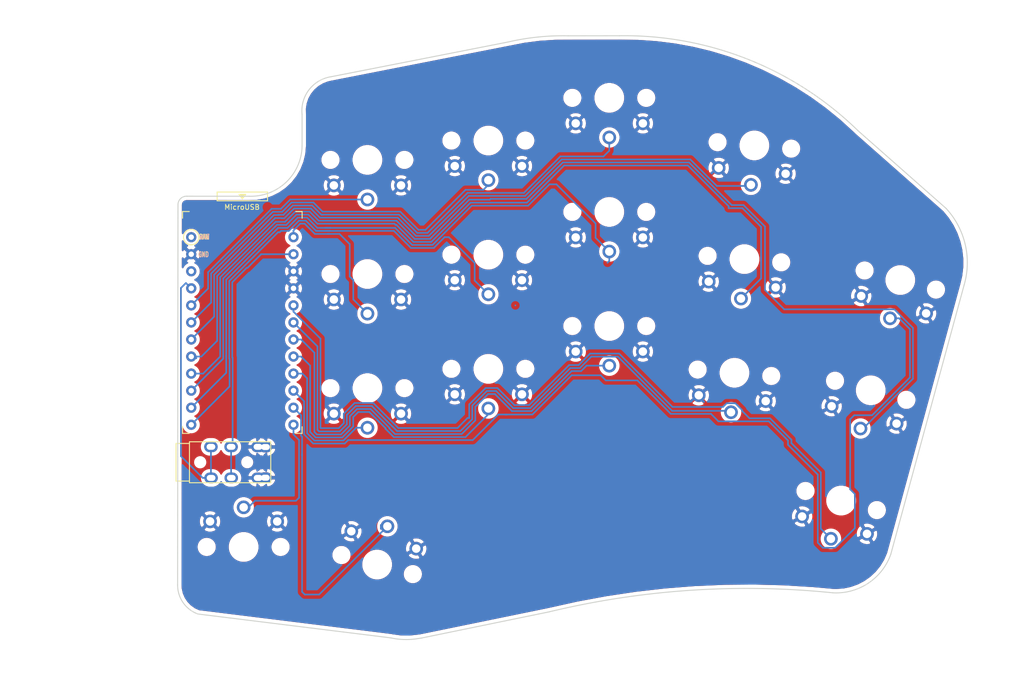
<source format=kicad_pcb>
(kicad_pcb (version 20171130) (host pcbnew "(5.1.10-1-10_14)")
  (title_block (title hypergolic) (date 2020-12-26) (rev 0.1) (company broomlabs))
  (layers (0 F.Cu signal) (31 B.Cu signal) (34 B.Paste user) (35 F.Paste user) (36 B.SilkS user) (37 F.SilkS user) (38 B.Mask user) (39 F.Mask user) (44 Edge.Cuts user))
  (net 0 "")
  (net 1 reset)
  (net 2 gnd)
  (net 3 vcc)
  (net 4 Switch18)
  (net 5 Switch1)
  (net 6 Switch2)
  (net 7 Switch3)
  (net 8 Switch4)
  (net 9 Switch5)
  (net 10 Switch6)
  (net 11 Switch7)
  (net 12 Switch8)
  (net 13 Switch9)
  (net 14 Switch10)
  (net 15 Switch11)
  (net 16 Switch12)
  (net 17 Switch13)
  (net 18 Switch14)
  (net 19 Switch15)
  (net 20 Switch16)
  (net 21 Switch17)
  (net 22 raw)
  (module Kailh:SW_PG1350_rev_DPB2 (layer B.Cu) (at 60.706 101.346 345)
    (fp_text reference SW20 hide)
    (fp_text value SW_Push hide)
    (pad 2 thru_hole circle (at 5 -3.8 345) (size 2.032 2.032) (drill 1.27) (layers *.Cu *.Mask) (net 2 gnd))
    (pad "" np_thru_hole circle (at 0 0 345) (size 3.429 3.429) (drill 3.429) (layers *.Cu *.Mask))
    (pad 2 thru_hole circle (at -5 -3.8 345) (size 2.032 2.032) (drill 1.27) (layers *.Cu *.Mask) (net 2 gnd))
    (pad 1 thru_hole circle (at 0 -5.9 345) (size 2.032 2.032) (drill 1.27) (layers *.Cu *.Mask) (net 20 Switch16))
    (pad "" np_thru_hole circle (at 5.5 0 345) (size 1.7018 1.7018) (drill 1.7018) (layers *.Cu *.Mask))
    (pad "" np_thru_hole circle (at -5.5 0 345) (size 1.7018 1.7018) (drill 1.7018) (layers *.Cu *.Mask))
  )
  (module kbd:ProMicro_v3_min_dual (layer F.Cu) (at 40.64 67.056)
    (fp_text reference U1 hide)
    (fp_text value ProMicro-kbd hide)
    (fp_text user "" (at -1.2065 -16.256) (layer B.SilkS) (effects (justify mirror)))
    (fp_text user "" (at -0.5 -17.25) (layer F.SilkS))
    (fp_text user RAW (at -5.64 -14.52 unlocked) (layer B.SilkS) (effects (font (size 0.75 0.5) (thickness 0.125)) (justify mirror)))
    (fp_text user MicroUSB (at -0.05 -18.95) (layer F.SilkS) (effects (font (size 0.75 0.75) (thickness 0.12))))
    (fp_text user RAW (at -5.67 -14.52) (layer F.SilkS) (effects (font (size 0.75 0.5) (thickness 0.125))))
    (fp_text user GND (at -5.77 -11.91) (layer F.SilkS) (effects (font (size 0.75 0.5) (thickness 0.125))))
    (fp_text user GND (at -5.77 -11.88) (layer B.SilkS) (effects (font (size 0.75 0.5) (thickness 0.125)) (justify mirror)))
    (pad 24 thru_hole circle (at -7.6086 -14.478) (size 1.524 1.524) (drill 0.8128) (layers *.Cu *.Mask) (net 22 raw))
    (pad 23 thru_hole circle (at -7.6086 -11.938) (size 1.524 1.524) (drill 0.8128) (layers *.Cu *.Mask) (net 2 gnd))
    (pad 22 thru_hole circle (at -7.6086 -9.398) (size 1.524 1.524) (drill 0.8128) (layers *.Cu *.Mask) (net 1 reset))
    (pad 21 thru_hole circle (at -7.6086 -6.858) (size 1.524 1.524) (drill 0.8128) (layers *.Cu *.Mask) (net 3 vcc))
    (pad 20 thru_hole circle (at -7.6086 -4.318) (size 1.524 1.524) (drill 0.8128) (layers *.Cu *.Mask) (net 9 Switch5))
    (pad 19 thru_hole circle (at -7.6086 -1.778) (size 1.524 1.524) (drill 0.8128) (layers *.Cu *.Mask) (net 8 Switch4))
    (pad 18 thru_hole circle (at -7.6086 0.762) (size 1.524 1.524) (drill 0.8128) (layers *.Cu *.Mask) (net 7 Switch3))
    (pad 17 thru_hole circle (at -7.6086 3.302) (size 1.524 1.524) (drill 0.8128) (layers *.Cu *.Mask) (net 6 Switch2))
    (pad 16 thru_hole circle (at -7.6086 5.842) (size 1.524 1.524) (drill 0.8128) (layers *.Cu *.Mask) (net 10 Switch6))
    (pad 15 thru_hole circle (at -7.6086 8.382) (size 1.524 1.524) (drill 0.8128) (layers *.Cu *.Mask) (net 11 Switch7))
    (pad 14 thru_hole circle (at -7.6086 10.922) (size 1.524 1.524) (drill 0.8128) (layers *.Cu *.Mask) (net 12 Switch8))
    (pad 13 thru_hole circle (at -7.6086 13.462) (size 1.524 1.524) (drill 0.8128) (layers *.Cu *.Mask) (net 13 Switch9))
    (pad 12 thru_hole circle (at 7.6114 13.462) (size 1.524 1.524) (drill 0.8128) (layers *.Cu *.Mask) (net 21 Switch17))
    (pad 11 thru_hole circle (at 7.6114 10.922) (size 1.524 1.524) (drill 0.8128) (layers *.Cu *.Mask) (net 20 Switch16))
    (pad 10 thru_hole circle (at 7.6114 8.382) (size 1.524 1.524) (drill 0.8128) (layers *.Cu *.Mask) (net 5 Switch1))
    (pad 9 thru_hole circle (at 7.6114 5.842) (size 1.524 1.524) (drill 0.8128) (layers *.Cu *.Mask) (net 19 Switch15))
    (pad 8 thru_hole circle (at 7.6114 3.302) (size 1.524 1.524) (drill 0.8128) (layers *.Cu *.Mask) (net 18 Switch14))
    (pad 7 thru_hole circle (at 7.6114 0.762) (size 1.524 1.524) (drill 0.8128) (layers *.Cu *.Mask) (net 17 Switch13))
    (pad 6 thru_hole circle (at 7.6114 -1.778) (size 1.524 1.524) (drill 0.8128) (layers *.Cu *.Mask) (net 16 Switch12))
    (pad 5 thru_hole circle (at 7.6114 -4.318) (size 1.524 1.524) (drill 0.8128) (layers *.Cu *.Mask) (net 15 Switch11))
    (pad 4 thru_hole circle (at 7.6114 -6.858) (size 1.524 1.524) (drill 0.8128) (layers *.Cu *.Mask) (net 2 gnd))
    (pad 3 thru_hole circle (at 7.6114 -9.398) (size 1.524 1.524) (drill 0.8128) (layers *.Cu *.Mask) (net 2 gnd))
    (pad 2 thru_hole circle (at 7.6114 -11.938) (size 1.524 1.524) (drill 0.8128) (layers *.Cu *.Mask) (net 4 Switch18))
    (pad 1 thru_hole circle (at 7.6114 -14.478) (size 1.524 1.524) (drill 0.8128) (layers *.Cu *.Mask) (net 14 Switch10))
  )
  (module Kailh:TRRS-PJ-DPB2 (layer F.Cu) (at 32.766 86.106 90)
    (fp_text reference Jack0 hide)
    (fp_text value TRRS hide)
    (pad R1 thru_hole oval (at -2.33 6.22 270) (size 1.6 2) (drill oval 0.9 1.3) (layers *.Cu *.Mask) (net 4 Switch18))
    (pad R2 thru_hole oval (at -2.33 3.22 270) (size 1.6 2) (drill oval 0.9 1.3) (layers *.Cu *.Mask) (net 3 vcc))
    (pad T thru_hole oval (at -2.33 10.22 270) (size 1.6 2) (drill oval 0.9 1.3) (layers *.Cu *.Mask) (net 2 gnd))
    (pad S thru_hole oval (at 2.27 11.32 270) (size 1.6 2) (drill oval 0.9 1.3) (layers *.Cu *.Mask) (net 2 gnd))
    (pad S thru_hole oval (at -2.3 11.3 90) (size 1.6 2) (drill oval 0.9 1.3) (layers *.Cu *.Mask) (net 2 gnd))
    (pad T thru_hole oval (at 2.3 10.2 90) (size 1.6 2) (drill oval 0.9 1.3) (layers *.Cu *.Mask) (net 2 gnd))
    (pad R2 thru_hole oval (at 2.3 3.2 90) (size 1.6 2) (drill oval 0.9 1.3) (layers *.Cu *.Mask) (net 3 vcc))
    (pad "" np_thru_hole circle (at 0 8.6 90) (size 0.8 0.8) (drill 0.8) (layers *.Cu *.Mask))
    (pad "" np_thru_hole circle (at 0 1.6 90) (size 0.8 0.8) (drill 0.8) (layers *.Cu *.Mask))
    (pad R1 thru_hole oval (at 2.3 6.2 90) (size 1.6 2) (drill oval 0.9 1.3) (layers *.Cu *.Mask) (net 4 Switch18))
  )
  (module Kailh:SW_PG1350_rev_DPB2 (layer B.Cu) (at 129.774266 91.806688 165)
    (fp_text reference SW8 hide)
    (fp_text value SW_Push hide)
    (pad "" np_thru_hole circle (at -5.5 0 165) (size 1.7018 1.7018) (drill 1.7018) (layers *.Cu *.Mask))
    (pad "" np_thru_hole circle (at 5.5 0 165) (size 1.7018 1.7018) (drill 1.7018) (layers *.Cu *.Mask))
    (pad 1 thru_hole circle (at 0 -5.9 165) (size 2.032 2.032) (drill 1.27) (layers *.Cu *.Mask) (net 15 Switch11))
    (pad 2 thru_hole circle (at -5 -3.8 165) (size 2.032 2.032) (drill 1.27) (layers *.Cu *.Mask) (net 2 gnd))
    (pad "" np_thru_hole circle (at 0 0 165) (size 3.429 3.429) (drill 3.429) (layers *.Cu *.Mask))
    (pad 2 thru_hole circle (at 5 -3.8 165) (size 2.032 2.032) (drill 1.27) (layers *.Cu *.Mask) (net 2 gnd))
  )
  (module Kailh:SW_PG1350_rev_DPB2 (layer B.Cu) (at 40.832476 98.720705)
    (fp_text reference SW21 hide)
    (fp_text value SW_Push hide)
    (pad 2 thru_hole circle (at 5 -3.8) (size 2.032 2.032) (drill 1.27) (layers *.Cu *.Mask) (net 2 gnd))
    (pad "" np_thru_hole circle (at 0 0) (size 3.429 3.429) (drill 3.429) (layers *.Cu *.Mask))
    (pad 2 thru_hole circle (at -5 -3.8) (size 2.032 2.032) (drill 1.27) (layers *.Cu *.Mask) (net 2 gnd))
    (pad 1 thru_hole circle (at 0 -5.9) (size 2.032 2.032) (drill 1.27) (layers *.Cu *.Mask) (net 21 Switch17))
    (pad "" np_thru_hole circle (at 5.5 0) (size 1.7018 1.7018) (drill 1.7018) (layers *.Cu *.Mask))
    (pad "" np_thru_hole circle (at -5.5 0) (size 1.7018 1.7018) (drill 1.7018) (layers *.Cu *.Mask))
  )
  (module Kailh:SW_PG1350_rev_DPB2 (layer B.Cu) (at 138.574835 58.962519 165)
    (fp_text reference SW14 hide)
    (fp_text value SW_Push hide)
    (pad 2 thru_hole circle (at 5 -3.8 165) (size 2.032 2.032) (drill 1.27) (layers *.Cu *.Mask) (net 2 gnd))
    (pad "" np_thru_hole circle (at 0 0 165) (size 3.429 3.429) (drill 3.429) (layers *.Cu *.Mask))
    (pad 2 thru_hole circle (at -5 -3.8 165) (size 2.032 2.032) (drill 1.27) (layers *.Cu *.Mask) (net 2 gnd))
    (pad 1 thru_hole circle (at 0 -5.9 165) (size 2.032 2.032) (drill 1.27) (layers *.Cu *.Mask) (net 5 Switch1))
    (pad "" np_thru_hole circle (at 5.5 0 165) (size 1.7018 1.7018) (drill 1.7018) (layers *.Cu *.Mask))
    (pad "" np_thru_hole circle (at -5.5 0 165) (size 1.7018 1.7018) (drill 1.7018) (layers *.Cu *.Mask))
  )
  (module Kailh:SW_PG1350_rev_DPB2 (layer B.Cu) (at 134.17463 75.384306 165)
    (fp_text reference SW8 hide)
    (fp_text value SW_Push hide)
    (pad 2 thru_hole circle (at 5 -3.8 165) (size 2.032 2.032) (drill 1.27) (layers *.Cu *.Mask) (net 2 gnd))
    (pad "" np_thru_hole circle (at 0 0 165) (size 3.429 3.429) (drill 3.429) (layers *.Cu *.Mask))
    (pad 2 thru_hole circle (at -5 -3.8 165) (size 2.032 2.032) (drill 1.27) (layers *.Cu *.Mask) (net 2 gnd))
    (pad 1 thru_hole circle (at 0 -5.9 165) (size 2.032 2.032) (drill 1.27) (layers *.Cu *.Mask) (net 10 Switch6))
    (pad "" np_thru_hole circle (at 5.5 0 165) (size 1.7018 1.7018) (drill 1.7018) (layers *.Cu *.Mask))
    (pad "" np_thru_hole circle (at -5.5 0 165) (size 1.7018 1.7018) (drill 1.7018) (layers *.Cu *.Mask))
  )
  (module Kailh:SW_PG1350_rev_DPB2 (layer B.Cu) (at 77.26 72.189 180)
    (fp_text reference SW17 hide)
    (fp_text value SW_Push hide)
    (pad 2 thru_hole circle (at 5 -3.8 180) (size 2.032 2.032) (drill 1.27) (layers *.Cu *.Mask) (net 2 gnd))
    (pad "" np_thru_hole circle (at 0 0 180) (size 3.429 3.429) (drill 3.429) (layers *.Cu *.Mask))
    (pad 2 thru_hole circle (at -5 -3.8 180) (size 2.032 2.032) (drill 1.27) (layers *.Cu *.Mask) (net 2 gnd))
    (pad 1 thru_hole circle (at 0 -5.9 180) (size 2.032 2.032) (drill 1.27) (layers *.Cu *.Mask) (net 18 Switch14))
    (pad "" np_thru_hole circle (at 5.5 0 180) (size 1.7018 1.7018) (drill 1.7018) (layers *.Cu *.Mask))
    (pad "" np_thru_hole circle (at -5.5 0 180) (size 1.7018 1.7018) (drill 1.7018) (layers *.Cu *.Mask))
  )
  (module Kailh:SW_PG1350_rev_DPB2 (layer B.Cu) (at 59.26 58.064 180)
    (fp_text reference SW12 hide)
    (fp_text value SW_Push hide)
    (pad 2 thru_hole circle (at 5 -3.8 180) (size 2.032 2.032) (drill 1.27) (layers *.Cu *.Mask) (net 2 gnd))
    (pad "" np_thru_hole circle (at 0 0 180) (size 3.429 3.429) (drill 3.429) (layers *.Cu *.Mask))
    (pad 2 thru_hole circle (at -5 -3.8 180) (size 2.032 2.032) (drill 1.27) (layers *.Cu *.Mask) (net 2 gnd))
    (pad 1 thru_hole circle (at 0 -5.9 180) (size 2.032 2.032) (drill 1.27) (layers *.Cu *.Mask) (net 14 Switch10))
    (pad "" np_thru_hole circle (at 5.5 0 180) (size 1.7018 1.7018) (drill 1.7018) (layers *.Cu *.Mask))
    (pad "" np_thru_hole circle (at -5.5 0 180) (size 1.7018 1.7018) (drill 1.7018) (layers *.Cu *.Mask))
  )
  (module Kailh:SW_PG1350_rev_DPB2 (layer B.Cu) (at 59.26 75.064 180)
    (fp_text reference SW18 hide)
    (fp_text value SW_Push hide)
    (pad 2 thru_hole circle (at 5 -3.8 180) (size 2.032 2.032) (drill 1.27) (layers *.Cu *.Mask) (net 2 gnd))
    (pad "" np_thru_hole circle (at 0 0 180) (size 3.429 3.429) (drill 3.429) (layers *.Cu *.Mask))
    (pad 2 thru_hole circle (at -5 -3.8 180) (size 2.032 2.032) (drill 1.27) (layers *.Cu *.Mask) (net 2 gnd))
    (pad 1 thru_hole circle (at 0 -5.9 180) (size 2.032 2.032) (drill 1.27) (layers *.Cu *.Mask) (net 19 Switch15))
    (pad "" np_thru_hole circle (at 5.5 0 180) (size 1.7018 1.7018) (drill 1.7018) (layers *.Cu *.Mask))
    (pad "" np_thru_hole circle (at -5.5 0 180) (size 1.7018 1.7018) (drill 1.7018) (layers *.Cu *.Mask))
  )
  (module Kailh:SW_PG1350_rev_DPB2 (layer B.Cu) (at 116.855326 38.908261 175)
    (fp_text reference SW3 hide)
    (fp_text value SW_Push hide)
    (pad 2 thru_hole circle (at 5 -3.8 175) (size 2.032 2.032) (drill 1.27) (layers *.Cu *.Mask) (net 2 gnd))
    (pad "" np_thru_hole circle (at 0 0 175) (size 3.429 3.429) (drill 3.429) (layers *.Cu *.Mask))
    (pad 2 thru_hole circle (at -5 -3.8 175) (size 2.032 2.032) (drill 1.27) (layers *.Cu *.Mask) (net 2 gnd))
    (pad 1 thru_hole circle (at 0 -5.9 175) (size 2.032 2.032) (drill 1.27) (layers *.Cu *.Mask) (net 6 Switch2))
    (pad "" np_thru_hole circle (at 5.5 0 175) (size 1.7018 1.7018) (drill 1.7018) (layers *.Cu *.Mask))
    (pad "" np_thru_hole circle (at -5.5 0 175) (size 1.7018 1.7018) (drill 1.7018) (layers *.Cu *.Mask))
  )
  (module Kailh:SW_PG1350_rev_DPB2 (layer B.Cu) (at 95.26 65.814 180)
    (fp_text reference SW16 hide)
    (fp_text value SW_Push hide)
    (pad 2 thru_hole circle (at 5 -3.8 180) (size 2.032 2.032) (drill 1.27) (layers *.Cu *.Mask) (net 2 gnd))
    (pad "" np_thru_hole circle (at 0 0 180) (size 3.429 3.429) (drill 3.429) (layers *.Cu *.Mask))
    (pad 2 thru_hole circle (at -5 -3.8 180) (size 2.032 2.032) (drill 1.27) (layers *.Cu *.Mask) (net 2 gnd))
    (pad 1 thru_hole circle (at 0 -5.9 180) (size 2.032 2.032) (drill 1.27) (layers *.Cu *.Mask) (net 17 Switch13))
    (pad "" np_thru_hole circle (at 5.5 0 180) (size 1.7018 1.7018) (drill 1.7018) (layers *.Cu *.Mask))
    (pad "" np_thru_hole circle (at -5.5 0 180) (size 1.7018 1.7018) (drill 1.7018) (layers *.Cu *.Mask))
  )
  (module Kailh:SW_PG1350_rev_DPB2 (layer B.Cu) (at 113.89239 72.775467 175)
    (fp_text reference SW15 hide)
    (fp_text value SW_Push hide)
    (pad 2 thru_hole circle (at 5 -3.8 175) (size 2.032 2.032) (drill 1.27) (layers *.Cu *.Mask) (net 2 gnd))
    (pad "" np_thru_hole circle (at 0 0 175) (size 3.429 3.429) (drill 3.429) (layers *.Cu *.Mask))
    (pad 2 thru_hole circle (at -5 -3.8 175) (size 2.032 2.032) (drill 1.27) (layers *.Cu *.Mask) (net 2 gnd))
    (pad 1 thru_hole circle (at 0 -5.9 175) (size 2.032 2.032) (drill 1.27) (layers *.Cu *.Mask) (net 16 Switch12))
    (pad "" np_thru_hole circle (at 5.5 0 175) (size 1.7018 1.7018) (drill 1.7018) (layers *.Cu *.Mask))
    (pad "" np_thru_hole circle (at -5.5 0 175) (size 1.7018 1.7018) (drill 1.7018) (layers *.Cu *.Mask))
  )
  (module Kailh:SW_PG1350_rev_DPB2 (layer B.Cu) (at 77.26 55.184 180)
    (fp_text reference SW11 hide)
    (fp_text value SW_Push hide)
    (pad 2 thru_hole circle (at 5 -3.8 180) (size 2.032 2.032) (drill 1.27) (layers *.Cu *.Mask) (net 2 gnd))
    (pad "" np_thru_hole circle (at 0 0 180) (size 3.429 3.429) (drill 3.429) (layers *.Cu *.Mask))
    (pad 2 thru_hole circle (at -5 -3.8 180) (size 2.032 2.032) (drill 1.27) (layers *.Cu *.Mask) (net 2 gnd))
    (pad 1 thru_hole circle (at 0 -5.9 180) (size 2.032 2.032) (drill 1.27) (layers *.Cu *.Mask) (net 13 Switch9))
    (pad "" np_thru_hole circle (at 5.5 0 180) (size 1.7018 1.7018) (drill 1.7018) (layers *.Cu *.Mask))
    (pad "" np_thru_hole circle (at -5.5 0 180) (size 1.7018 1.7018) (drill 1.7018) (layers *.Cu *.Mask))
  )
  (module Kailh:SW_PG1350_rev_DPB2 (layer B.Cu) (at 95.26 48.814 180)
    (fp_text reference SW10 hide)
    (fp_text value SW_Push hide)
    (pad 2 thru_hole circle (at 5 -3.8 180) (size 2.032 2.032) (drill 1.27) (layers *.Cu *.Mask) (net 2 gnd))
    (pad "" np_thru_hole circle (at 0 0 180) (size 3.429 3.429) (drill 3.429) (layers *.Cu *.Mask))
    (pad 2 thru_hole circle (at -5 -3.8 180) (size 2.032 2.032) (drill 1.27) (layers *.Cu *.Mask) (net 2 gnd))
    (pad 1 thru_hole circle (at 0 -5.9 180) (size 2.032 2.032) (drill 1.27) (layers *.Cu *.Mask) (net 12 Switch8))
    (pad "" np_thru_hole circle (at 5.5 0 180) (size 1.7018 1.7018) (drill 1.7018) (layers *.Cu *.Mask))
    (pad "" np_thru_hole circle (at -5.5 0 180) (size 1.7018 1.7018) (drill 1.7018) (layers *.Cu *.Mask))
  )
  (module Kailh:SW_PG1350_rev_DPB2 (layer B.Cu) (at 115.373738 55.843584 175)
    (fp_text reference SW9 hide)
    (fp_text value SW_Push hide)
    (pad 2 thru_hole circle (at 5 -3.8 175) (size 2.032 2.032) (drill 1.27) (layers *.Cu *.Mask) (net 2 gnd))
    (pad "" np_thru_hole circle (at 0 0 175) (size 3.429 3.429) (drill 3.429) (layers *.Cu *.Mask))
    (pad 2 thru_hole circle (at -5 -3.8 175) (size 2.032 2.032) (drill 1.27) (layers *.Cu *.Mask) (net 2 gnd))
    (pad 1 thru_hole circle (at 0 -5.9 175) (size 2.032 2.032) (drill 1.27) (layers *.Cu *.Mask) (net 11 Switch7))
    (pad "" np_thru_hole circle (at 5.5 0 175) (size 1.7018 1.7018) (drill 1.7018) (layers *.Cu *.Mask))
    (pad "" np_thru_hole circle (at -5.5 0 175) (size 1.7018 1.7018) (drill 1.7018) (layers *.Cu *.Mask))
  )
  (module Kailh:SW_PG1350_rev_DPB2 (layer B.Cu) (at 77.26 38.184 180)
    (fp_text reference SW5 hide)
    (fp_text value SW_Push hide)
    (pad 2 thru_hole circle (at 5 -3.8 180) (size 2.032 2.032) (drill 1.27) (layers *.Cu *.Mask) (net 2 gnd))
    (pad "" np_thru_hole circle (at 0 0 180) (size 3.429 3.429) (drill 3.429) (layers *.Cu *.Mask))
    (pad 2 thru_hole circle (at -5 -3.8 180) (size 2.032 2.032) (drill 1.27) (layers *.Cu *.Mask) (net 2 gnd))
    (pad 1 thru_hole circle (at 0 -5.9 180) (size 2.032 2.032) (drill 1.27) (layers *.Cu *.Mask) (net 8 Switch4))
    (pad "" np_thru_hole circle (at 5.5 0 180) (size 1.7018 1.7018) (drill 1.7018) (layers *.Cu *.Mask))
    (pad "" np_thru_hole circle (at -5.5 0 180) (size 1.7018 1.7018) (drill 1.7018) (layers *.Cu *.Mask))
  )
  (module Kailh:SW_PG1350_rev_DPB2 (layer B.Cu) (at 95.26 31.824 180)
    (fp_text reference SW4 hide)
    (fp_text value SW_Push hide)
    (pad 2 thru_hole circle (at 5 -3.8 180) (size 2.032 2.032) (drill 1.27) (layers *.Cu *.Mask) (net 2 gnd))
    (pad "" np_thru_hole circle (at 0 0 180) (size 3.429 3.429) (drill 3.429) (layers *.Cu *.Mask))
    (pad 2 thru_hole circle (at -5 -3.8 180) (size 2.032 2.032) (drill 1.27) (layers *.Cu *.Mask) (net 2 gnd))
    (pad 1 thru_hole circle (at 0 -5.9 180) (size 2.032 2.032) (drill 1.27) (layers *.Cu *.Mask) (net 7 Switch3))
    (pad "" np_thru_hole circle (at 5.5 0 180) (size 1.7018 1.7018) (drill 1.7018) (layers *.Cu *.Mask))
    (pad "" np_thru_hole circle (at -5.5 0 180) (size 1.7018 1.7018) (drill 1.7018) (layers *.Cu *.Mask))
  )
  (module Kailh:SW_PG1350_rev_DPB2 (layer B.Cu) (at 59.26 41.064 180)
    (fp_text reference SW6 hide)
    (fp_text value SW_Push hide)
    (pad 2 thru_hole circle (at 5 -3.8 180) (size 2.032 2.032) (drill 1.27) (layers *.Cu *.Mask) (net 2 gnd))
    (pad "" np_thru_hole circle (at 0 0 180) (size 3.429 3.429) (drill 3.429) (layers *.Cu *.Mask))
    (pad 2 thru_hole circle (at -5 -3.8 180) (size 2.032 2.032) (drill 1.27) (layers *.Cu *.Mask) (net 2 gnd))
    (pad 1 thru_hole circle (at 0 -5.9 180) (size 2.032 2.032) (drill 1.27) (layers *.Cu *.Mask) (net 9 Switch5))
    (pad "" np_thru_hole circle (at 5.5 0 180) (size 1.7018 1.7018) (drill 1.7018) (layers *.Cu *.Mask))
    (pad "" np_thru_hole circle (at -5.5 0 180) (size 1.7018 1.7018) (drill 1.7018) (layers *.Cu *.Mask))
  )
  (gr_arc (start 136.639964 56.371006) (end 145.39495 48.291023) (angle 58.87980947) (layer Edge.Cuts) (width 0.15))
  (gr_arc (start 129.024097 96.933133) (end 137.16 99.822) (angle 73.67484284) (layer Edge.Cuts) (width 0.15))
  (gr_line (start 128.033468 105.502274) (end 128.538609 105.553039) (layer Edge.Cuts) (width 0.15))
  (gr_line (start 148.082 59.69) (end 137.16 99.822) (angle 90) (layer Edge.Cuts) (width 0.15))
  (gr_circle (center 33.02 52.578) (end 34.036 53.086) (layer F.SilkS) (width 0.15))
  (gr_arc (start 115.728445 230.640449) (end 128.033468 105.502274) (angle -19.13145794) (layer Edge.Cuts) (width 0.15))
  (gr_line (start 67.247725 112.302294) (end 86.341482 108.380959) (layer Edge.Cuts) (width 0.15))
  (gr_arc (start 97.533067 72.318144) (end 132.331067 36.758144) (angle -45.25427734) (layer Edge.Cuts) (width 0.15))
  (gr_line (start 66.818368 112.363873) (end 67.247725 112.302294) (layer Edge.Cuts) (width 0.15))
  (gr_arc (start 32.32832 47.742) (end 31.05832 47.752) (angle 94.05555909) (layer Edge.Cuts) (width 0.15))
  (gr_line (start 32.408164 46.474473) (end 41.656141 46.477771) (angle 90) (layer Edge.Cuts) (width 0.15))
  (gr_arc (start 65.024 101.854) (end 62.738 112.268) (angle -22.06954052) (layer Edge.Cuts) (width 0.15))
  (gr_line (start 62.738 112.268) (end 34.036 108.712) (layer Edge.Cuts) (width 0.15))
  (gr_arc (start 35.572354 104.409905) (end 34.036 108.712) (angle 70.54625375) (layer Edge.Cuts) (width 0.15))
  (gr_arc (start 88.368079 58.96879) (end 80.226393 23.495399) (angle 14.16454563) (layer Edge.Cuts) (width 0.15))
  (gr_line (start 89.154528 22.581567) (end 96.773466 22.570406) (angle 90) (layer Edge.Cuts) (width 0.15))
  (gr_arc (start 41.91 38.86061) (end 49.53 39.006151) (angle 90.81459567) (layer Edge.Cuts) (width 0.15))
  (gr_arc (start 54.627507 33.74391) (end 49.53 34.29) (angle 87.32605082) (layer Edge.Cuts) (width 0.15))
  (gr_line (start 132.331067 36.758144) (end 145.39495 48.291023) (angle 90) (layer Edge.Cuts) (width 0.15))
  (gr_line (start 49.53 39.006151) (end 49.53 34.29) (angle 90) (layer Edge.Cuts) (width 0.15))
  (gr_line (start 31.004187 104.394055) (end 31.05832 47.752) (angle 90) (layer Edge.Cuts) (width 0.15))
  (gr_line (start 53.844201 28.67743) (end 80.226393 23.495399) (angle 90) (layer Edge.Cuts) (width 0.15))
  (segment (start 81.28 62.738) (end 81.279998 62.737998) (width 0.25) (layer B.Cu) (net 0))
  (segment (start 33.0314 57.658) (end 32.53523 57.658) (width 0.25) (layer B.Cu) (net 1))
  (segment (start 32.208434 59.436001) (end 31.496 60.148435) (width 0.25) (layer B.Cu) (net 3))
  (segment (start 32.269401 59.436001) (end 32.208434 59.436001) (width 0.25) (layer B.Cu) (net 3))
  (segment (start 33.0314 60.198) (end 32.269401 59.436001) (width 0.25) (layer B.Cu) (net 3))
  (segment (start 34.736 88.436) (end 35.986 88.436) (width 0.25) (layer B.Cu) (net 3))
  (segment (start 31.496 85.196) (end 34.736 88.436) (width 0.25) (layer B.Cu) (net 3))
  (segment (start 31.496 60.148435) (end 31.496 85.196) (width 0.25) (layer B.Cu) (net 3))
  (segment (start 35.966 88.416) (end 35.986 88.436) (width 0.25) (layer B.Cu) (net 3))
  (segment (start 35.966 83.806) (end 35.966 88.416) (width 0.25) (layer B.Cu) (net 3))
  (segment (start 48.2514 55.118) (end 43.434 55.118) (width 0.25) (layer B.Cu) (net 4))
  (segment (start 41.402 57.15) (end 41.28205 57.15) (width 0.25) (layer B.Cu) (net 4))
  (segment (start 43.434 55.118) (end 41.402 57.15) (width 0.25) (layer B.Cu) (net 4))
  (segment (start 41.28205 57.15) (end 39.138039 59.294011) (width 0.25) (layer B.Cu) (net 4))
  (segment (start 39.19071 70.529472) (end 39.19071 83.58129) (width 0.25) (layer B.Cu) (net 4))
  (segment (start 39.138039 70.476801) (end 39.19071 70.529472) (width 0.25) (layer B.Cu) (net 4))
  (segment (start 39.19071 83.58129) (end 38.966 83.806) (width 0.25) (layer B.Cu) (net 4))
  (segment (start 39.138039 59.294011) (end 39.138039 70.476801) (width 0.25) (layer B.Cu) (net 4))
  (segment (start 38.966 88.416) (end 38.986 88.436) (width 0.25) (layer B.Cu) (net 4))
  (segment (start 38.966 83.806) (end 38.966 88.416) (width 0.25) (layer B.Cu) (net 4))
  (segment (start 80.01 78.994) (end 79.756 78.994) (width 0.25) (layer B.Cu) (net 5))
  (segment (start 111.506 80.01) (end 119.002246 80.01) (width 0.25) (layer B.Cu) (net 5))
  (segment (start 80.01 78.994) (end 83.82 78.994) (width 0.25) (layer B.Cu) (net 5))
  (segment (start 83.82 78.994) (end 89.662 73.152) (width 0.25) (layer B.Cu) (net 5))
  (segment (start 89.662 73.152) (end 93.98 73.152) (width 0.25) (layer B.Cu) (net 5))
  (segment (start 110.391075 78.895075) (end 111.506 80.01) (width 0.25) (layer B.Cu) (net 5))
  (segment (start 94.742 73.914) (end 99.43959 73.914) (width 0.25) (layer B.Cu) (net 5))
  (segment (start 104.420665 78.895075) (end 110.391075 78.895075) (width 0.25) (layer B.Cu) (net 5))
  (segment (start 93.98 73.152) (end 94.742 73.914) (width 0.25) (layer B.Cu) (net 5))
  (segment (start 99.43959 73.914) (end 104.420665 78.895075) (width 0.25) (layer B.Cu) (net 5))
  (segment (start 131.11002 90.12398) (end 131.813767 90.827727) (width 0.25) (layer B.Cu) (net 5))
  (segment (start 131.813767 95.923799) (end 128.890915 98.846651) (width 0.25) (layer B.Cu) (net 5))
  (segment (start 131.11002 79.70998) (end 131.11002 90.12398) (width 0.25) (layer B.Cu) (net 5))
  (segment (start 131.71827 79.10173) (end 131.11002 79.70998) (width 0.25) (layer B.Cu) (net 5))
  (segment (start 134.38386 79.10173) (end 131.71827 79.10173) (width 0.25) (layer B.Cu) (net 5))
  (segment (start 140.01199 73.4736) (end 134.38386 79.10173) (width 0.25) (layer B.Cu) (net 5))
  (segment (start 131.813767 90.827727) (end 131.813767 95.923799) (width 0.25) (layer B.Cu) (net 5))
  (segment (start 140.01199 66.277396) (end 140.01199 73.4736) (width 0.25) (layer B.Cu) (net 5))
  (segment (start 138.396075 64.661481) (end 140.01199 66.277396) (width 0.25) (layer B.Cu) (net 5))
  (segment (start 137.047803 64.661481) (end 138.396075 64.661481) (width 0.25) (layer B.Cu) (net 5))
  (segment (start 119.002246 80.01) (end 121.858123 82.865877) (width 0.25) (layer B.Cu) (net 5))
  (segment (start 121.858123 83.373877) (end 121.858123 83.504123) (width 0.25) (layer B.Cu) (net 5))
  (segment (start 121.858123 82.865877) (end 121.858123 83.373877) (width 0.25) (layer B.Cu) (net 5))
  (segment (start 126.29599 98.10199) (end 127.040651 98.846651) (width 0.25) (layer B.Cu) (net 5))
  (segment (start 126.29599 87.94199) (end 126.29599 98.10199) (width 0.25) (layer B.Cu) (net 5))
  (segment (start 121.858123 83.504123) (end 126.29599 87.94199) (width 0.25) (layer B.Cu) (net 5))
  (segment (start 128.890915 98.846651) (end 127.040651 98.846651) (width 0.25) (layer B.Cu) (net 5))
  (segment (start 51.179589 83.311999) (end 49.828401 81.960809) (width 0.25) (layer B.Cu) (net 5))
  (segment (start 55.880002 83.311998) (end 51.179589 83.311999) (width 0.25) (layer B.Cu) (net 5))
  (segment (start 56.388 82.804) (end 55.880002 83.311998) (width 0.25) (layer B.Cu) (net 5))
  (segment (start 74.93 82.804) (end 56.388 82.804) (width 0.25) (layer B.Cu) (net 5))
  (segment (start 49.828401 81.960809) (end 49.828401 77.015001) (width 0.25) (layer B.Cu) (net 5))
  (segment (start 78.74 78.994) (end 74.93 82.804) (width 0.25) (layer B.Cu) (net 5))
  (segment (start 49.828401 77.015001) (end 48.2514 75.438) (width 0.25) (layer B.Cu) (net 5))
  (segment (start 80.01 78.994) (end 78.74 78.994) (width 0.25) (layer B.Cu) (net 5))
  (segment (start 33.0314 69.85) (end 33.793399 70.611999) (width 0.25) (layer B.Cu) (net 6))
  (segment (start 34.544 70.358) (end 33.0314 70.358) (width 0.25) (layer B.Cu) (net 6))
  (segment (start 36.88799 68.01401) (end 34.544 70.358) (width 0.25) (layer B.Cu) (net 6))
  (segment (start 36.88799 58.36201) (end 36.88799 68.01401) (width 0.25) (layer B.Cu) (net 6))
  (segment (start 45.212 50.038) (end 44.958 50.292) (width 0.25) (layer B.Cu) (net 6))
  (segment (start 44.958 50.292) (end 36.88799 58.36201) (width 0.25) (layer B.Cu) (net 6))
  (segment (start 45.52399 49.72601) (end 44.958 50.292) (width 0.25) (layer B.Cu) (net 6))
  (segment (start 46.42401 49.72601) (end 45.52399 49.72601) (width 0.25) (layer B.Cu) (net 6))
  (segment (start 46.453005 49.755005) (end 46.42401 49.72601) (width 0.25) (layer B.Cu) (net 6))
  (segment (start 46.889376 49.755005) (end 46.453005 49.755005) (width 0.25) (layer B.Cu) (net 6))
  (segment (start 50.85121 48.31403) (end 48.330351 48.31403) (width 0.25) (layer B.Cu) (net 6))
  (segment (start 116.965007 44.626412) (end 116.649591 44.941828) (width 0.25) (layer B.Cu) (net 6))
  (segment (start 116.649591 44.941828) (end 111.268172 44.941828) (width 0.25) (layer B.Cu) (net 6))
  (segment (start 82.7364 46.42401) (end 74.34876 46.42401) (width 0.25) (layer B.Cu) (net 6))
  (segment (start 66.4804 52.38199) (end 63.771236 49.672826) (width 0.25) (layer B.Cu) (net 6))
  (segment (start 107.326368 41.000024) (end 88.160386 41.000024) (width 0.25) (layer B.Cu) (net 6))
  (segment (start 111.268172 44.941828) (end 107.326368 41.000024) (width 0.25) (layer B.Cu) (net 6))
  (segment (start 74.34876 46.42401) (end 68.39078 52.38199) (width 0.25) (layer B.Cu) (net 6))
  (segment (start 88.160386 41.000024) (end 82.7364 46.42401) (width 0.25) (layer B.Cu) (net 6))
  (segment (start 68.39078 52.38199) (end 66.4804 52.38199) (width 0.25) (layer B.Cu) (net 6))
  (segment (start 51.054 48.53322) (end 51.054 48.51682) (width 0.25) (layer B.Cu) (net 6))
  (segment (start 63.771236 49.672826) (end 52.193605 49.672825) (width 0.25) (layer B.Cu) (net 6))
  (segment (start 52.193605 49.672825) (end 51.054 48.53322) (width 0.25) (layer B.Cu) (net 6))
  (segment (start 48.330351 48.31403) (end 46.889376 49.755005) (width 0.25) (layer B.Cu) (net 6))
  (segment (start 51.054 48.51682) (end 50.85121 48.31403) (width 0.25) (layer B.Cu) (net 6))
  (segment (start 36.43798 64.41142) (end 33.0314 67.818) (width 0.25) (layer B.Cu) (net 7))
  (segment (start 36.43798 58.17561) (end 36.43798 64.41142) (width 0.25) (layer B.Cu) (net 7))
  (segment (start 45.0256 49.58799) (end 36.43798 58.17561) (width 0.25) (layer B.Cu) (net 7))
  (segment (start 95.26 37.724) (end 95.26 39.688028) (width 0.25) (layer B.Cu) (net 7))
  (segment (start 95.26 39.688028) (end 94.398014 40.550014) (width 0.25) (layer B.Cu) (net 7))
  (segment (start 82.55 45.974) (end 74.16236 45.974) (width 0.25) (layer B.Cu) (net 7))
  (segment (start 66.6668 51.93198) (end 63.957637 49.222817) (width 0.25) (layer B.Cu) (net 7))
  (segment (start 94.398014 40.550014) (end 87.973986 40.550014) (width 0.25) (layer B.Cu) (net 7))
  (segment (start 74.16236 45.974) (end 68.20438 51.93198) (width 0.25) (layer B.Cu) (net 7))
  (segment (start 87.973986 40.550014) (end 82.55 45.974) (width 0.25) (layer B.Cu) (net 7))
  (segment (start 68.20438 51.93198) (end 66.6668 51.93198) (width 0.25) (layer B.Cu) (net 7))
  (segment (start 63.957637 49.222817) (end 62.791185 49.222815) (width 0.25) (layer B.Cu) (net 7))
  (segment (start 45.33759 49.276) (end 45.0256 49.58799) (width 0.25) (layer B.Cu) (net 7))
  (segment (start 52.631185 49.222815) (end 52.396404 49.222814) (width 0.25) (layer B.Cu) (net 7))
  (segment (start 62.791185 49.222815) (end 52.631185 49.222815) (width 0.25) (layer B.Cu) (net 7))
  (segment (start 52.396404 49.222814) (end 51.03761 47.86402) (width 0.25) (layer B.Cu) (net 7))
  (segment (start 52.631185 49.222815) (end 52.380005 49.222815) (width 0.25) (layer B.Cu) (net 7))
  (segment (start 51.03761 47.86402) (end 48.143951 47.86402) (width 0.25) (layer B.Cu) (net 7))
  (segment (start 45.998844 49.251156) (end 45.974 49.276) (width 0.25) (layer B.Cu) (net 7))
  (segment (start 48.143951 47.86402) (end 46.756815 49.251156) (width 0.25) (layer B.Cu) (net 7))
  (segment (start 46.756815 49.251156) (end 45.998844 49.251156) (width 0.25) (layer B.Cu) (net 7))
  (segment (start 45.974 49.276) (end 45.33759 49.276) (width 0.25) (layer B.Cu) (net 7))
  (segment (start 46.08998 49.276) (end 45.974 49.276) (width 0.25) (layer B.Cu) (net 7))
  (segment (start 44.19459 49.78259) (end 44.44859 49.52859) (width 0.25) (layer B.Cu) (net 8))
  (segment (start 33.0314 65.278) (end 35.98797 62.32143) (width 0.25) (layer B.Cu) (net 8))
  (segment (start 35.98797 62.32143) (end 35.98797 57.98921) (width 0.25) (layer B.Cu) (net 8))
  (segment (start 35.98797 57.98921) (end 36.19359 57.78359) (width 0.25) (layer B.Cu) (net 8))
  (segment (start 44.19459 49.78259) (end 36.19359 57.78359) (width 0.25) (layer B.Cu) (net 8))
  (segment (start 44.82959 49.14759) (end 44.19459 49.78259) (width 0.25) (layer B.Cu) (net 8))
  (segment (start 77.26 44.77598) (end 76.51199 45.52399) (width 0.25) (layer B.Cu) (net 8))
  (segment (start 66.8532 51.48197) (end 64.144038 48.772808) (width 0.25) (layer B.Cu) (net 8))
  (segment (start 73.85601 45.52399) (end 67.89803 51.48197) (width 0.25) (layer B.Cu) (net 8))
  (segment (start 77.26 44.084) (end 77.26 44.77598) (width 0.25) (layer B.Cu) (net 8))
  (segment (start 76.51199 45.52399) (end 73.85601 45.52399) (width 0.25) (layer B.Cu) (net 8))
  (segment (start 67.89803 51.48197) (end 66.8532 51.48197) (width 0.25) (layer B.Cu) (net 8))
  (segment (start 62.733195 48.772805) (end 52.582805 48.772805) (width 0.25) (layer B.Cu) (net 8))
  (segment (start 46.570415 48.801146) (end 45.176034 48.801146) (width 0.25) (layer B.Cu) (net 8))
  (segment (start 64.144038 48.772808) (end 62.733195 48.772805) (width 0.25) (layer B.Cu) (net 8))
  (segment (start 51.22401 47.41401) (end 47.957551 47.41401) (width 0.25) (layer B.Cu) (net 8))
  (segment (start 52.582805 48.772805) (end 51.22401 47.41401) (width 0.25) (layer B.Cu) (net 8))
  (segment (start 47.957551 47.41401) (end 46.570415 48.801146) (width 0.25) (layer B.Cu) (net 8))
  (segment (start 45.176034 48.801146) (end 44.82959 49.14759) (width 0.25) (layer B.Cu) (net 8))
  (segment (start 33.0314 62.09301) (end 33.0314 62.23) (width 0.25) (layer B.Cu) (net 9))
  (segment (start 46.412356 48.322795) (end 46.384015 48.351136) (width 0.25) (layer B.Cu) (net 9))
  (segment (start 35.53796 60.23144) (end 33.0314 62.738) (width 0.25) (layer B.Cu) (net 9))
  (segment (start 44.989634 48.351136) (end 35.53796 57.80281) (width 0.25) (layer B.Cu) (net 9))
  (segment (start 35.53796 57.80281) (end 35.53796 60.23144) (width 0.25) (layer B.Cu) (net 9))
  (segment (start 46.384015 48.351136) (end 44.989634 48.351136) (width 0.25) (layer B.Cu) (net 9))
  (segment (start 47.771151 46.964) (end 46.384015 48.351136) (width 0.25) (layer B.Cu) (net 9))
  (segment (start 59.26 46.964) (end 47.771151 46.964) (width 0.25) (layer B.Cu) (net 9))
  (segment (start 68.58 52.82918) (end 68.83259 52.57659) (width 0.25) (layer B.Cu) (net 10))
  (segment (start 34.798 72.898) (end 33.0314 72.898) (width 0.25) (layer B.Cu) (net 10))
  (segment (start 37.338 58.54841) (end 37.338 70.358) (width 0.25) (layer B.Cu) (net 10))
  (segment (start 45.3984 50.48801) (end 37.338 58.54841) (width 0.25) (layer B.Cu) (net 10))
  (segment (start 66.294 52.832) (end 63.754 50.292) (width 0.25) (layer B.Cu) (net 10))
  (segment (start 37.338 70.358) (end 34.798 72.898) (width 0.25) (layer B.Cu) (net 10))
  (segment (start 68.57718 52.832) (end 66.294 52.832) (width 0.25) (layer B.Cu) (net 10))
  (segment (start 68.83259 52.57659) (end 68.57718 52.832) (width 0.25) (layer B.Cu) (net 10))
  (segment (start 63.754 50.292) (end 63.584835 50.122835) (width 0.25) (layer B.Cu) (net 10))
  (segment (start 52.662835 50.122835) (end 52.007204 50.122834) (width 0.25) (layer B.Cu) (net 10))
  (segment (start 52.007204 50.122834) (end 50.65237 48.768) (width 0.25) (layer B.Cu) (net 10))
  (segment (start 50.65237 48.768) (end 48.512791 48.768) (width 0.25) (layer B.Cu) (net 10))
  (segment (start 46.988791 50.292) (end 45.59441 50.292) (width 0.25) (layer B.Cu) (net 10))
  (segment (start 48.512791 48.768) (end 46.988791 50.292) (width 0.25) (layer B.Cu) (net 10))
  (segment (start 45.403205 50.483205) (end 45.59441 50.292) (width 0.25) (layer B.Cu) (net 10))
  (segment (start 52.662835 50.122835) (end 63.5 50.122835) (width 0.25) (layer B.Cu) (net 10))
  (segment (start 140.462 73.66) (end 133.038732 81.083268) (width 0.25) (layer B.Cu) (net 10))
  (segment (start 140.462 66.090996) (end 140.462 73.66) (width 0.25) (layer B.Cu) (net 10))
  (segment (start 68.83259 52.57659) (end 74.41918 46.99) (width 0.25) (layer B.Cu) (net 10))
  (segment (start 74.41918 46.99) (end 77.47 46.99) (width 0.25) (layer B.Cu) (net 10))
  (segment (start 82.922801 46.874019) (end 88.346786 41.450034) (width 0.25) (layer B.Cu) (net 10))
  (segment (start 133.038732 81.083268) (end 132.647598 81.083268) (width 0.25) (layer B.Cu) (net 10))
  (segment (start 88.346786 41.450034) (end 107.139968 41.450034) (width 0.25) (layer B.Cu) (net 10))
  (segment (start 77.47 46.99) (end 77.58598 46.87402) (width 0.25) (layer B.Cu) (net 10))
  (segment (start 77.58598 46.87402) (end 82.922801 46.874019) (width 0.25) (layer B.Cu) (net 10))
  (segment (start 107.139968 41.450034) (end 113.480009 47.790075) (width 0.25) (layer B.Cu) (net 10))
  (segment (start 113.480009 47.790075) (end 115.238095 47.790075) (width 0.25) (layer B.Cu) (net 10))
  (segment (start 118.43301 60.459075) (end 121.294415 63.32048) (width 0.25) (layer B.Cu) (net 10))
  (segment (start 121.294415 63.32048) (end 137.691484 63.32048) (width 0.25) (layer B.Cu) (net 10))
  (segment (start 115.238095 47.790075) (end 118.43301 50.98499) (width 0.25) (layer B.Cu) (net 10))
  (segment (start 118.43301 50.98499) (end 118.43301 60.459075) (width 0.25) (layer B.Cu) (net 10))
  (segment (start 137.691484 63.32048) (end 140.462 66.090996) (width 0.25) (layer B.Cu) (net 10))
  (segment (start 112.014 46.960476) (end 112.014 46.99) (width 0.25) (layer B.Cu) (net 11))
  (segment (start 115.316 61.468) (end 115.316 61.169215) (width 0.25) (layer B.Cu) (net 11))
  (segment (start 113.03 47.976476) (end 112.014 46.960476) (width 0.25) (layer B.Cu) (net 11))
  (segment (start 37.78801 70.68139) (end 33.0314 75.438) (width 0.25) (layer B.Cu) (net 11))
  (segment (start 37.78801 58.73481) (end 37.78801 70.68139) (width 0.25) (layer B.Cu) (net 11))
  (segment (start 45.46741 51.05541) (end 37.78801 58.73481) (width 0.25) (layer B.Cu) (net 11))
  (segment (start 45.584802 50.938018) (end 45.46741 51.05541) (width 0.25) (layer B.Cu) (net 11))
  (segment (start 113.03 48.26) (end 113.03 47.976476) (width 0.25) (layer B.Cu) (net 11))
  (segment (start 117.856 58.724652) (end 114.859519 61.721133) (width 0.25) (layer B.Cu) (net 11))
  (segment (start 117.856 51.04439) (end 117.856 58.724652) (width 0.25) (layer B.Cu) (net 11))
  (segment (start 115.07161 48.26) (end 117.856 51.04439) (width 0.25) (layer B.Cu) (net 11))
  (segment (start 113.03 48.26) (end 115.07161 48.26) (width 0.25) (layer B.Cu) (net 11))
  (segment (start 48.699191 49.21801) (end 47.175191 50.74201) (width 0.25) (layer B.Cu) (net 11))
  (segment (start 45.78081 50.74201) (end 45.46741 51.05541) (width 0.25) (layer B.Cu) (net 11))
  (segment (start 50.46597 49.21801) (end 48.699191 49.21801) (width 0.25) (layer B.Cu) (net 11))
  (segment (start 47.175191 50.74201) (end 45.78081 50.74201) (width 0.25) (layer B.Cu) (net 11))
  (segment (start 51.820803 50.572843) (end 50.46597 49.21801) (width 0.25) (layer B.Cu) (net 11))
  (segment (start 112.014 46.960476) (end 106.953568 41.900044) (width 0.25) (layer B.Cu) (net 11))
  (segment (start 68.766401 53.279189) (end 68.640811 53.279189) (width 0.25) (layer B.Cu) (net 11))
  (segment (start 88.533186 41.900044) (end 82.99322 47.44001) (width 0.25) (layer B.Cu) (net 11))
  (segment (start 68.640811 53.279189) (end 68.63799 53.28201) (width 0.25) (layer B.Cu) (net 11))
  (segment (start 82.99322 47.44001) (end 74.60558 47.44001) (width 0.25) (layer B.Cu) (net 11))
  (segment (start 63.272845 50.572845) (end 53.567155 50.572845) (width 0.25) (layer B.Cu) (net 11))
  (segment (start 53.567155 50.572845) (end 51.820803 50.572843) (width 0.25) (layer B.Cu) (net 11))
  (segment (start 74.60558 47.44001) (end 68.766401 53.279189) (width 0.25) (layer B.Cu) (net 11))
  (segment (start 68.63799 53.28201) (end 66.1076 53.28201) (width 0.25) (layer B.Cu) (net 11))
  (segment (start 63.5676 50.74201) (end 63.44201 50.74201) (width 0.25) (layer B.Cu) (net 11))
  (segment (start 66.1076 53.28201) (end 63.5676 50.74201) (width 0.25) (layer B.Cu) (net 11))
  (segment (start 106.953568 41.900044) (end 88.533186 41.900044) (width 0.25) (layer B.Cu) (net 11))
  (segment (start 63.44201 50.74201) (end 63.272845 50.572845) (width 0.25) (layer B.Cu) (net 11))
  (segment (start 95.26 56.124) (end 94.996 56.388) (width 0.25) (layer B.Cu) (net 12))
  (segment (start 95.26 54.714) (end 95.26 56.124) (width 0.25) (layer B.Cu) (net 12))
  (segment (start 38.23802 72.77138) (end 33.0314 77.978) (width 0.25) (layer B.Cu) (net 12))
  (segment (start 38.23802 70.21998) (end 38.23802 72.77138) (width 0.25) (layer B.Cu) (net 12))
  (segment (start 38.23802 70.21998) (end 38.23802 70.4768) (width 0.25) (layer B.Cu) (net 12))
  (segment (start 68.21002 53.73202) (end 68.326 53.73202) (width 0.25) (layer B.Cu) (net 12))
  (segment (start 38.23802 58.92121) (end 38.23802 70.21998) (width 0.25) (layer B.Cu) (net 12))
  (segment (start 45.771202 51.388028) (end 38.23802 58.92121) (width 0.25) (layer B.Cu) (net 12))
  (segment (start 65.9212 53.73202) (end 63.3812 51.19202) (width 0.25) (layer B.Cu) (net 12))
  (segment (start 68.21002 53.73202) (end 65.9212 53.73202) (width 0.25) (layer B.Cu) (net 12))
  (segment (start 53.22402 51.19202) (end 52.95644 51.19202) (width 0.25) (layer B.Cu) (net 12))
  (segment (start 53.73202 51.19202) (end 51.80357 51.19202) (width 0.25) (layer B.Cu) (net 12))
  (segment (start 63.3812 51.19202) (end 53.73202 51.19202) (width 0.25) (layer B.Cu) (net 12))
  (segment (start 53.73202 51.19202) (end 53.22402 51.19202) (width 0.25) (layer B.Cu) (net 12))
  (segment (start 51.80357 51.19202) (end 50.27957 49.66802) (width 0.25) (layer B.Cu) (net 12))
  (segment (start 50.27957 49.66802) (end 48.885591 49.66802) (width 0.25) (layer B.Cu) (net 12))
  (segment (start 45.96721 51.19202) (end 45.917419 51.241811) (width 0.25) (layer B.Cu) (net 12))
  (segment (start 47.361591 51.19202) (end 45.96721 51.19202) (width 0.25) (layer B.Cu) (net 12))
  (segment (start 48.885591 49.66802) (end 47.361591 51.19202) (width 0.25) (layer B.Cu) (net 12))
  (segment (start 45.917419 51.241811) (end 45.531615 51.627615) (width 0.25) (layer B.Cu) (net 12))
  (segment (start 74.79198 47.89002) (end 68.952802 53.729198) (width 0.25) (layer B.Cu) (net 12))
  (segment (start 83.17962 47.89002) (end 74.79198 47.89002) (width 0.25) (layer B.Cu) (net 12))
  (segment (start 86.36564 44.704) (end 83.17962 47.89002) (width 0.25) (layer B.Cu) (net 12))
  (segment (start 68.69598 53.73202) (end 68.21002 53.73202) (width 0.25) (layer B.Cu) (net 12))
  (segment (start 87.390334 44.704) (end 86.36564 44.704) (width 0.25) (layer B.Cu) (net 12))
  (segment (start 68.952802 53.729198) (end 68.698802 53.729198) (width 0.25) (layer B.Cu) (net 12))
  (segment (start 93.220499 50.534165) (end 87.390334 44.704) (width 0.25) (layer B.Cu) (net 12))
  (segment (start 93.220499 52.674499) (end 93.220499 50.534165) (width 0.25) (layer B.Cu) (net 12))
  (segment (start 68.698802 53.729198) (end 68.69598 53.73202) (width 0.25) (layer B.Cu) (net 12))
  (segment (start 95.26 54.714) (end 93.220499 52.674499) (width 0.25) (layer B.Cu) (net 12))
  (segment (start 38.7407 74.8087) (end 33.0314 80.518) (width 0.25) (layer B.Cu) (net 13))
  (segment (start 38.7407 70.715872) (end 38.7407 74.8087) (width 0.25) (layer B.Cu) (net 13))
  (segment (start 38.688029 70.663201) (end 38.7407 70.715872) (width 0.25) (layer B.Cu) (net 13))
  (segment (start 38.688029 59.107611) (end 38.688029 70.663201) (width 0.25) (layer B.Cu) (net 13))
  (segment (start 45.957602 51.838038) (end 42.29382 55.50182) (width 0.25) (layer B.Cu) (net 13))
  (segment (start 42.29382 55.50182) (end 38.688029 59.107611) (width 0.25) (layer B.Cu) (net 13))
  (segment (start 42.414611 55.381029) (end 42.29382 55.50182) (width 0.25) (layer B.Cu) (net 13))
  (segment (start 53.14284 51.64203) (end 51.73597 51.64203) (width 0.25) (layer B.Cu) (net 13))
  (segment (start 46.40197 51.64203) (end 47.547992 51.642029) (width 0.25) (layer B.Cu) (net 13))
  (segment (start 46.205962 51.838038) (end 46.40197 51.64203) (width 0.25) (layer B.Cu) (net 13))
  (segment (start 45.957602 51.838038) (end 46.205962 51.838038) (width 0.25) (layer B.Cu) (net 13))
  (segment (start 47.547992 51.642029) (end 49.071991 50.11803) (width 0.25) (layer B.Cu) (net 13))
  (segment (start 50.09317 50.11803) (end 51.617169 51.642029) (width 0.25) (layer B.Cu) (net 13))
  (segment (start 49.071991 50.11803) (end 50.09317 50.11803) (width 0.25) (layer B.Cu) (net 13))
  (segment (start 51.617169 51.642029) (end 53.42003 51.64203) (width 0.25) (layer B.Cu) (net 13))
  (segment (start 53.42003 51.64203) (end 53.67403 51.64203) (width 0.25) (layer B.Cu) (net 13))
  (segment (start 53.14284 51.64203) (end 53.67403 51.64203) (width 0.25) (layer B.Cu) (net 13))
  (segment (start 65.7348 54.18203) (end 63.1948 51.64203) (width 0.25) (layer B.Cu) (net 13))
  (segment (start 63.1948 51.64203) (end 53.67403 51.64203) (width 0.25) (layer B.Cu) (net 13))
  (segment (start 69.16803 54.18203) (end 65.7348 54.18203) (width 0.25) (layer B.Cu) (net 13))
  (segment (start 69.16803 54.15038) (end 69.16803 54.18203) (width 0.25) (layer B.Cu) (net 13))
  (segment (start 71.374 52.578) (end 70.74041 52.578) (width 0.25) (layer B.Cu) (net 13))
  (segment (start 75.220499 56.424499) (end 71.374 52.578) (width 0.25) (layer B.Cu) (net 13))
  (segment (start 70.74041 52.578) (end 69.16803 54.15038) (width 0.25) (layer B.Cu) (net 13))
  (segment (start 75.220499 59.044499) (end 75.220499 56.424499) (width 0.25) (layer B.Cu) (net 13))
  (segment (start 77.26 61.084) (end 75.220499 59.044499) (width 0.25) (layer B.Cu) (net 13))
  (segment (start 48.2514 52.578) (end 48.784412 52.578) (width 0.25) (layer B.Cu) (net 14))
  (segment (start 57.15 58.972462) (end 57.15 61.854) (width 0.25) (layer B.Cu) (net 14))
  (segment (start 56.619769 58.442231) (end 57.15 58.972462) (width 0.25) (layer B.Cu) (net 14))
  (segment (start 57.15 61.854) (end 59.26 63.964) (width 0.25) (layer B.Cu) (net 14))
  (segment (start 53.57196 52.09204) (end 51.430768 52.092038) (width 0.25) (layer B.Cu) (net 14))
  (segment (start 53.32924 52.09204) (end 53.57196 52.09204) (width 0.25) (layer B.Cu) (net 14))
  (segment (start 51.430768 52.092038) (end 49.90677 50.56804) (width 0.25) (layer B.Cu) (net 14))
  (segment (start 49.90677 50.56804) (end 49.258391 50.56804) (width 0.25) (layer B.Cu) (net 14))
  (segment (start 48.2514 51.575031) (end 48.2514 52.578) (width 0.25) (layer B.Cu) (net 14))
  (segment (start 49.258391 50.56804) (end 48.2514 51.575031) (width 0.25) (layer B.Cu) (net 14))
  (segment (start 56.619769 53.615849) (end 55.09596 52.09204) (width 0.25) (layer B.Cu) (net 14))
  (segment (start 56.619769 58.442231) (end 56.619769 53.615849) (width 0.25) (layer B.Cu) (net 14))
  (segment (start 53.57196 52.09204) (end 55.09596 52.09204) (width 0.25) (layer B.Cu) (net 14))
  (segment (start 52.26601 67.683848) (end 48.2514 63.669238) (width 0.25) (layer B.Cu) (net 15))
  (segment (start 52.26601 80.96801) (end 52.26601 67.683848) (width 0.25) (layer B.Cu) (net 15))
  (segment (start 52.324 81.026) (end 52.26601 80.96801) (width 0.25) (layer B.Cu) (net 15))
  (segment (start 54.98395 81.026) (end 52.324 81.026) (width 0.25) (layer B.Cu) (net 15))
  (segment (start 96.721399 69.922989) (end 92.395522 69.92299) (width 0.25) (layer B.Cu) (net 15))
  (segment (start 74.41098 77.4782) (end 74.41098 79.5102) (width 0.25) (layer B.Cu) (net 15))
  (segment (start 114.021852 77.312015) (end 112.73449 77.312015) (width 0.25) (layer B.Cu) (net 15))
  (segment (start 104.660806 77.862396) (end 96.721399 69.922989) (width 0.25) (layer B.Cu) (net 15))
  (segment (start 115.047624 78.337787) (end 114.021852 77.312015) (width 0.25) (layer B.Cu) (net 15))
  (segment (start 115.047624 78.471624) (end 115.047624 78.337787) (width 0.25) (layer B.Cu) (net 15))
  (segment (start 122.37001 82.741354) (end 119.188646 79.55999) (width 0.25) (layer B.Cu) (net 15))
  (segment (start 48.2514 63.669238) (end 48.2514 62.738) (width 0.25) (layer B.Cu) (net 15))
  (segment (start 112.184109 77.862396) (end 104.660806 77.862396) (width 0.25) (layer B.Cu) (net 15))
  (segment (start 78.6048 75.045982) (end 76.843199 75.045981) (width 0.25) (layer B.Cu) (net 15))
  (segment (start 116.13599 79.55999) (end 115.047624 78.471624) (width 0.25) (layer B.Cu) (net 15))
  (segment (start 112.73449 77.312015) (end 112.184109 77.862396) (width 0.25) (layer B.Cu) (net 15))
  (segment (start 119.188646 79.55999) (end 116.13599 79.55999) (width 0.25) (layer B.Cu) (net 15))
  (segment (start 81.1448 77.58598) (end 78.6048 75.045982) (width 0.25) (layer B.Cu) (net 15))
  (segment (start 83.31879 77.58598) (end 81.1448 77.58598) (width 0.25) (layer B.Cu) (net 15))
  (segment (start 55.74198 80.26797) (end 54.98395 81.026) (width 0.25) (layer B.Cu) (net 15))
  (segment (start 57.34037 77.27399) (end 55.74198 78.87238) (width 0.25) (layer B.Cu) (net 15))
  (segment (start 90.693866 71.624646) (end 89.280123 71.624647) (width 0.25) (layer B.Cu) (net 15))
  (segment (start 89.280123 71.624647) (end 83.31879 77.58598) (width 0.25) (layer B.Cu) (net 15))
  (segment (start 76.843199 75.045981) (end 74.41098 77.4782) (width 0.25) (layer B.Cu) (net 15))
  (segment (start 74.41098 79.5102) (end 74.1598 79.5102) (width 0.25) (layer B.Cu) (net 15))
  (segment (start 92.395522 69.92299) (end 90.693866 71.624646) (width 0.25) (layer B.Cu) (net 15))
  (segment (start 74.1598 79.5102) (end 72.66604 81.00396) (width 0.25) (layer B.Cu) (net 15))
  (segment (start 72.66604 81.00396) (end 63.86037 81.00396) (width 0.25) (layer B.Cu) (net 15))
  (segment (start 63.86037 81.00396) (end 60.1304 77.27399) (width 0.25) (layer B.Cu) (net 15))
  (segment (start 60.1304 77.27399) (end 57.34037 77.27399) (width 0.25) (layer B.Cu) (net 15))
  (segment (start 55.74198 78.87238) (end 55.74198 80.26797) (width 0.25) (layer B.Cu) (net 15))
  (segment (start 122.37001 82.741354) (end 122.37001 83.25401) (width 0.25) (layer B.Cu) (net 15))
  (segment (start 122.37001 83.25401) (end 126.746 87.63) (width 0.25) (layer B.Cu) (net 15))
  (segment (start 126.746 96.004416) (end 128.247234 97.50565) (width 0.25) (layer B.Cu) (net 15))
  (segment (start 126.746 87.63) (end 126.746 96.004416) (width 0.25) (layer B.Cu) (net 15))
  (segment (start 90.880266 72.074656) (end 92.581923 70.372999) (width 0.25) (layer B.Cu) (net 16))
  (segment (start 80.9584 78.03599) (end 83.50519 78.03599) (width 0.25) (layer B.Cu) (net 16))
  (segment (start 77.0296 75.49599) (end 78.418401 75.495991) (width 0.25) (layer B.Cu) (net 16))
  (segment (start 73.10362 81.45397) (end 74.86099 79.6966) (width 0.25) (layer B.Cu) (net 16))
  (segment (start 83.50519 78.03599) (end 89.466524 72.074656) (width 0.25) (layer B.Cu) (net 16))
  (segment (start 62.98176 80.791848) (end 63.011848 80.791848) (width 0.25) (layer B.Cu) (net 16))
  (segment (start 104.607066 78.445066) (end 112.982588 78.445066) (width 0.25) (layer B.Cu) (net 16))
  (segment (start 48.2514 65.278) (end 51.816 68.8426) (width 0.25) (layer B.Cu) (net 16))
  (segment (start 59.94463 77.72463) (end 59.94463 77.754718) (width 0.25) (layer B.Cu) (net 16))
  (segment (start 74.86099 77.6646) (end 77.0296 75.49599) (width 0.25) (layer B.Cu) (net 16))
  (segment (start 74.86099 79.6966) (end 74.86099 77.6646) (width 0.25) (layer B.Cu) (net 16))
  (segment (start 51.816 68.8426) (end 51.816 81.28) (width 0.25) (layer B.Cu) (net 16))
  (segment (start 51.816 81.28) (end 52.04796 81.51196) (width 0.25) (layer B.Cu) (net 16))
  (segment (start 63.67397 81.45397) (end 73.10362 81.45397) (width 0.25) (layer B.Cu) (net 16))
  (segment (start 57.91263 77.72463) (end 59.94463 77.72463) (width 0.25) (layer B.Cu) (net 16))
  (segment (start 52.04796 81.51196) (end 55.1344 81.51196) (width 0.25) (layer B.Cu) (net 16))
  (segment (start 78.418401 75.495991) (end 80.9584 78.03599) (width 0.25) (layer B.Cu) (net 16))
  (segment (start 57.526139 77.724631) (end 57.65737 77.72463) (width 0.25) (layer B.Cu) (net 16))
  (segment (start 57.658 77.724) (end 57.912 77.724) (width 0.25) (layer B.Cu) (net 16))
  (segment (start 59.94463 77.754718) (end 62.98176 80.791848) (width 0.25) (layer B.Cu) (net 16))
  (segment (start 55.1344 81.51196) (end 56.19199 80.45437) (width 0.25) (layer B.Cu) (net 16))
  (segment (start 56.19199 80.45437) (end 56.19199 79.05878) (width 0.25) (layer B.Cu) (net 16))
  (segment (start 96.534999 70.372999) (end 104.607066 78.445066) (width 0.25) (layer B.Cu) (net 16))
  (segment (start 57.65737 77.72463) (end 57.658 77.724) (width 0.25) (layer B.Cu) (net 16))
  (segment (start 89.466524 72.074656) (end 90.880266 72.074656) (width 0.25) (layer B.Cu) (net 16))
  (segment (start 56.19199 79.05878) (end 57.526139 77.724631) (width 0.25) (layer B.Cu) (net 16))
  (segment (start 92.581923 70.372999) (end 96.534999 70.372999) (width 0.25) (layer B.Cu) (net 16))
  (segment (start 63.011848 80.791848) (end 63.67397 81.45397) (width 0.25) (layer B.Cu) (net 16))
  (segment (start 57.912 77.724) (end 57.91263 77.72463) (width 0.25) (layer B.Cu) (net 16))
  (segment (start 83.69159 78.486) (end 89.652924 72.524666) (width 0.25) (layer B.Cu) (net 17))
  (segment (start 77.216 75.946) (end 78.232 75.946) (width 0.25) (layer B.Cu) (net 17))
  (segment (start 73.29002 81.90398) (end 75.311 79.883) (width 0.25) (layer B.Cu) (net 17))
  (segment (start 51.36599 81.58917) (end 51.73879 81.96197) (width 0.25) (layer B.Cu) (net 17))
  (segment (start 91.877332 71.714) (end 95.26 71.714) (width 0.25) (layer B.Cu) (net 17))
  (segment (start 75.311 79.883) (end 75.311 77.851) (width 0.25) (layer B.Cu) (net 17))
  (segment (start 56.642 79.24518) (end 57.71254 78.17464) (width 0.25) (layer B.Cu) (net 17))
  (segment (start 59.728142 78.17464) (end 62.531751 80.978249) (width 0.25) (layer B.Cu) (net 17))
  (segment (start 51.73879 81.96197) (end 55.3208 81.96197) (width 0.25) (layer B.Cu) (net 17))
  (segment (start 55.3208 81.96197) (end 56.642 80.64077) (width 0.25) (layer B.Cu) (net 17))
  (segment (start 80.772 78.486) (end 83.69159 78.486) (width 0.25) (layer B.Cu) (net 17))
  (segment (start 75.311 77.851) (end 77.216 75.946) (width 0.25) (layer B.Cu) (net 17))
  (segment (start 56.642 80.64077) (end 56.642 79.24518) (width 0.25) (layer B.Cu) (net 17))
  (segment (start 57.71254 78.17464) (end 59.728142 78.17464) (width 0.25) (layer B.Cu) (net 17))
  (segment (start 62.531751 80.978249) (end 62.531751 81.070931) (width 0.25) (layer B.Cu) (net 17))
  (segment (start 91.066666 72.524666) (end 91.877332 71.714) (width 0.25) (layer B.Cu) (net 17))
  (segment (start 89.652924 72.524666) (end 91.066666 72.524666) (width 0.25) (layer B.Cu) (net 17))
  (segment (start 62.531751 81.070931) (end 63.3648 81.90398) (width 0.25) (layer B.Cu) (net 17))
  (segment (start 78.232 75.946) (end 80.772 78.486) (width 0.25) (layer B.Cu) (net 17))
  (segment (start 63.3648 81.90398) (end 73.29002 81.90398) (width 0.25) (layer B.Cu) (net 17))
  (segment (start 48.2514 67.818) (end 49.39198 67.818) (width 0.25) (layer B.Cu) (net 17))
  (segment (start 49.39198 67.818) (end 51.36599 69.79201) (width 0.25) (layer B.Cu) (net 17))
  (segment (start 51.36599 69.79201) (end 51.36599 81.58917) (width 0.25) (layer B.Cu) (net 17))
  (segment (start 77.581 78.089) (end 77.26 78.089) (width 0.25) (layer B.Cu) (net 18))
  (segment (start 48.5054 70.612) (end 48.2514 70.358) (width 0.25) (layer B.Cu) (net 18))
  (segment (start 77.26 78.95) (end 77.26 78.089) (width 0.25) (layer B.Cu) (net 18))
  (segment (start 73.85601 82.35399) (end 77.26 78.95) (width 0.25) (layer B.Cu) (net 18))
  (segment (start 59.541741 78.624649) (end 61.952701 81.035609) (width 0.25) (layer B.Cu) (net 18))
  (segment (start 50.728419 81.588009) (end 51.55239 82.41198) (width 0.25) (layer B.Cu) (net 18))
  (segment (start 51.55239 82.41198) (end 55.5072 82.41198) (width 0.25) (layer B.Cu) (net 18))
  (segment (start 63.1784 82.35399) (end 73.85601 82.35399) (width 0.25) (layer B.Cu) (net 18))
  (segment (start 57.143785 80.775395) (end 57.143786 79.379804) (width 0.25) (layer B.Cu) (net 18))
  (segment (start 57.143786 79.379804) (end 57.898941 78.624649) (width 0.25) (layer B.Cu) (net 18))
  (segment (start 61.952701 81.035609) (end 61.952701 81.128291) (width 0.25) (layer B.Cu) (net 18))
  (segment (start 55.5072 82.41198) (end 57.143785 80.775395) (width 0.25) (layer B.Cu) (net 18))
  (segment (start 57.898941 78.624649) (end 59.541741 78.624649) (width 0.25) (layer B.Cu) (net 18))
  (segment (start 61.952701 81.128291) (end 63.1784 82.35399) (width 0.25) (layer B.Cu) (net 18))
  (segment (start 48.2514 70.358) (end 49.386838 70.358) (width 0.25) (layer B.Cu) (net 18))
  (segment (start 49.386838 70.358) (end 50.728419 71.699581) (width 0.25) (layer B.Cu) (net 18))
  (segment (start 50.728419 71.699581) (end 50.728419 81.588009) (width 0.25) (layer B.Cu) (net 18))
  (segment (start 48.2514 72.898) (end 49.576409 72.898) (width 0.25) (layer B.Cu) (net 19))
  (segment (start 51.36599 82.86199) (end 55.693601 82.861989) (width 0.25) (layer B.Cu) (net 19))
  (segment (start 50.27841 81.77441) (end 51.36599 82.86199) (width 0.25) (layer B.Cu) (net 19))
  (segment (start 50.278409 73.6) (end 50.27841 81.77441) (width 0.25) (layer B.Cu) (net 19))
  (segment (start 49.576409 72.898) (end 50.278409 73.6) (width 0.25) (layer B.Cu) (net 19))
  (segment (start 57.59159 80.964) (end 59.26 80.964) (width 0.25) (layer B.Cu) (net 19))
  (segment (start 55.693601 82.861989) (end 57.59159 80.964) (width 0.25) (layer B.Cu) (net 19))
  (segment (start 61.443102 95.647038) (end 61.257032 95.460968) (width 0.25) (layer B.Cu) (net 20))
  (segment (start 62.233032 95.647038) (end 61.443102 95.647038) (width 0.25) (layer B.Cu) (net 20))
  (segment (start 61.257032 95.460968) (end 61.257032 96.035038) (width 0.25) (layer B.Cu) (net 20))
  (segment (start 49.378391 79.104991) (end 49.378392 82.147212) (width 0.25) (layer B.Cu) (net 20))
  (segment (start 48.2514 77.978) (end 49.378391 79.104991) (width 0.25) (layer B.Cu) (net 20))
  (segment (start 49.53 82.29882) (end 49.53 85.09) (width 0.25) (layer B.Cu) (net 20))
  (segment (start 49.378392 82.147212) (end 49.53 82.29882) (width 0.25) (layer B.Cu) (net 20))
  (segment (start 49.53 84.8446) (end 49.53 85.09) (width 0.25) (layer B.Cu) (net 20))
  (segment (start 49.53 105.41) (end 49.53 85.09) (width 0.25) (layer B.Cu) (net 20))
  (segment (start 49.93007 105.81007) (end 49.53 105.41) (width 0.25) (layer B.Cu) (net 20))
  (segment (start 52.07 105.81007) (end 49.93007 105.81007) (width 0.25) (layer B.Cu) (net 20))
  (segment (start 62.233032 95.647038) (end 52.07 105.81007) (width 0.25) (layer B.Cu) (net 20))
  (segment (start 41.541008 92.820705) (end 40.832476 92.820705) (width 0.25) (layer B.Cu) (net 21))
  (segment (start 48.618323 91.843677) (end 42.518036 91.843677) (width 0.25) (layer B.Cu) (net 21))
  (segment (start 49.07999 91.38201) (end 48.618323 91.843677) (width 0.25) (layer B.Cu) (net 21))
  (segment (start 49.07999 82.804) (end 49.07999 91.38201) (width 0.25) (layer B.Cu) (net 21))
  (segment (start 48.2514 81.97541) (end 49.07999 82.804) (width 0.25) (layer B.Cu) (net 21))
  (segment (start 42.518036 91.843677) (end 41.541008 92.820705) (width 0.25) (layer B.Cu) (net 21))
  (segment (start 48.2514 80.518) (end 48.2514 81.97541) (width 0.25) (layer B.Cu) (net 21))
  (zone (net 2) (net_name gnd) (layer F.Cu) (connect_pads (clearance 0.508)) (min_thickness 0.254) (fill yes (arc_segments 32) (thermal_gap 0.508) (thermal_bridge_width 0.508))
    (polygon (pts (xy 9.959389 114.279921) (xy 4.56524 17.738722) (xy 153.529537 19.813119) (xy 149.779686 117.624318)))
  )
  (zone (net 2) (net_name gnd) (layer B.Cu) (connect_pads (clearance 0.508)) (min_thickness 0.254) (fill yes (arc_segments 32) (thermal_gap 0.508) (thermal_bridge_width 0.508))
    (polygon (pts (xy 19.198242 18.516859) (xy 11.832242 119.100859) (xy 156.993242 119.608859) (xy 156.231242 17.246859)))
  )
)
</source>
